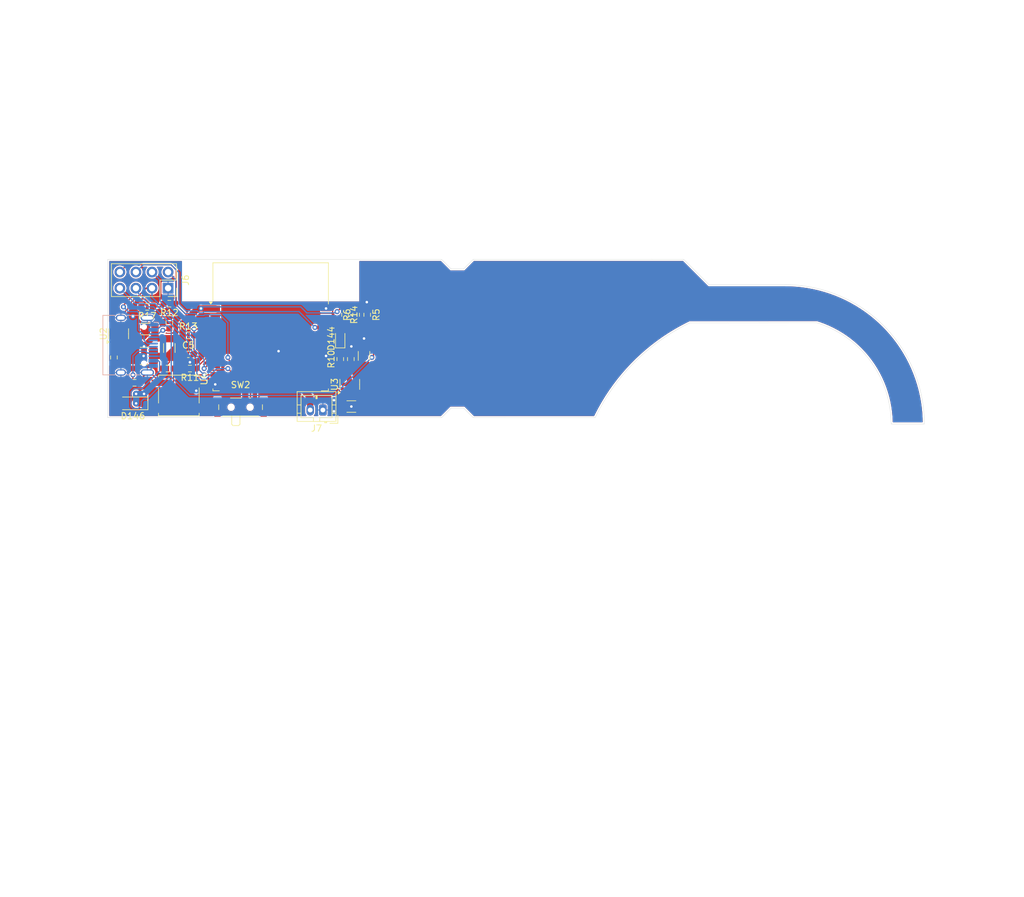
<source format=kicad_pcb>
(kicad_pcb (version 20240108) (generator "pcbnew") (generator_version "8.0")
  (layers (0 "F.Cu" signal) (31 "B.Cu" signal) (34 "B.Paste" user) (35 "F.Paste" user) (36 "B.SilkS" user "B.Silkscreen") (37 "F.SilkS" user "F.Silkscreen") (38 "B.Mask" user) (39 "F.Mask" user) (44 "Edge.Cuts" user))
  (net 0 "")
  (net 1 "GND")
  (net 2 "+5V")
  (net 3 "+BATT")
  (net 4 "+3V3")
  (net 5 "/ENABLE")
  (net 6 "Net-(J3-CC1)")
  (net 8 "Net-(J6-Pin_3)")
  (net 10 "Net-(J3-CC2)")
  (net 12 "Net-(D146-K)")
  (net 13 "/RX")
  (net 14 "/TX")
  (net 15 "Net-(J6-Pin_5)")
  (net 16 "/RST")
  (net 17 "Net-(U2-SW)")
  (net 18 "Net-(U2-EN)")
  (net 19 "Net-(U2-FB)")
  (net 20 "Net-(U4-IO15)")
  (net 21 "/VBAT_ADC")
  (net 27 "Net-(U3-PROG)")
  (net 28 "Net-(D144-K)")
  (net 29 "Net-(J7-Pin_2)")
  (net 30 "Net-(U3-STAT)")
  (footprint "Capacitor_SMD:C_1206_3216Metric" (layer "F.Cu") (at 95.75 78.75 90)
    (property "Reference" "C1" (hide yes))
    (property "Value" "4µ7")
    (pad "1" smd roundrect (at -1.475001 0 90) (size 1.15 1.8) (layers "F.Cu" "F.Paste" "F.Mask") (roundrect_rratio 0.2173913043) (net 2 "+5V"))
    (pad "2" smd roundrect (at 1.475001 0 90) (size 1.15 1.8) (layers "F.Cu" "F.Paste" "F.Mask") (roundrect_rratio 0.2173913043) (net 1 "GND"))
  )
  (footprint "Capacitor_SMD:C_1206_3216Metric" (layer "F.Cu") (at 61.25 74.5)
    (property "Reference" "C2" (hide yes))
    (property "Value" "4µ7")
    (pad "1" smd roundrect (at -1.475001 0) (size 1.15 1.8) (layers "F.Cu" "F.Paste" "F.Mask") (roundrect_rratio 0.2173913043) (net 3 "+BATT"))
    (pad "2" smd roundrect (at 1.475001 0) (size 1.15 1.8) (layers "F.Cu" "F.Paste" "F.Mask") (roundrect_rratio 0.2173913043) (net 1 "GND"))
  )
  (footprint "Capacitor_SMD:C_1206_3216Metric" (layer "F.Cu") (at 93.75 86.75 180)
    (property "Reference" "C3" (hide yes))
    (property "Value" "4µ7")
    (pad "1" smd roundrect (at -1.475001 0 180) (size 1.15 1.8) (layers "F.Cu" "F.Paste" "F.Mask") (roundrect_rratio 0.2173913043) (net 3 "+BATT"))
    (pad "2" smd roundrect (at 1.475001 0 180) (size 1.15 1.8) (layers "F.Cu" "F.Paste" "F.Mask") (roundrect_rratio 0.2173913043) (net 1 "GND"))
  )
  (footprint "Capacitor_SMD:C_1206_3216Metric" (layer "F.Cu") (at 65 77.5 90)
    (property "Reference" "C4" (hide yes))
    (property "Value" "4µ7")
    (pad "1" smd roundrect (at -1.475001 0 90) (size 1.15 1.8) (layers "F.Cu" "F.Paste" "F.Mask") (roundrect_rratio 0.2173913043) (net 4 "+3V3"))
    (pad "2" smd roundrect (at 1.475001 0 90) (size 1.15 1.8) (layers "F.Cu" "F.Paste" "F.Mask") (roundrect_rratio 0.2173913043) (net 1 "GND"))
  )
  (footprint "Inductor_SMD:L_1210_3225Metric_Pad1.42x2.65mm_HandSolder" (layer "F.Cu") (at 61 78.75)
    (property "Reference" "L2" (hide yes))
    (property "Value" "2.2µ")
    (pad "1" smd roundrect (at -1.4875 0) (size 1.425 2.65) (layers "F.Cu" "F.Paste" "F.Mask") (roundrect_rratio 0.1754392982) (net 17 "Net-(U2-SW)"))
    (pad "2" smd roundrect (at 1.4875 0) (size 1.425 2.65) (layers "F.Cu" "F.Paste" "F.Mask") (roundrect_rratio 0.1754392982) (net 4 "+3V3"))
  )
  (footprint "Resistor_SMD:R_0603_1608Metric_Pad0.98x0.95mm_HandSolder" (layer "F.Cu") (at 93.668128 79.25 90)
    (property "Reference" "R1" (hide yes))
    (property "Value" "5K1")
    (pad "1" smd roundrect (at -0.9125 0 90) (size 0.975 0.95) (layers "F.Cu" "F.Paste" "F.Mask") (net 27 "Net-(U3-PROG)"))
    (pad "2" smd roundrect (at 0.9125 0 90) (size 0.975 0.95) (layers "F.Cu" "F.Paste" "F.Mask") (net 1 "GND"))
  )
  (footprint "Resistor_SMD:R_0603_1608Metric_Pad0.98x0.95mm_HandSolder" (layer "F.Cu") (at 56.25 79 -90)
    (property "Reference" "R2" (hide yes))
    (property "Value" "5K1")
    (pad "1" smd roundrect (at -0.9125 0 270) (size 0.975 0.95) (layers "F.Cu" "F.Paste" "F.Mask") (net 18 "Net-(U2-EN)"))
    (pad "2" smd roundrect (at 0.9125 0 270) (size 0.975 0.95) (layers "F.Cu" "F.Paste" "F.Mask") (net 3 "+BATT"))
  )
  (footprint "Resistor_SMD:R_0603_1608Metric_Pad0.98x0.95mm_HandSolder" (layer "F.Cu") (at 64.75 80.75)
    (property "Reference" "R7" (hide yes))
    (property "Value" "5K1")
    (pad "1" smd roundrect (at -0.9125 0) (size 0.975 0.95) (layers "F.Cu" "F.Paste" "F.Mask") (net 4 "+3V3"))
    (pad "2" smd roundrect (at 0.9125 0) (size 0.975 0.95) (layers "F.Cu" "F.Paste" "F.Mask") (net 15 "Net-(J6-Pin_5)"))
  )
  (footprint "Resistor_SMD:R_0603_1608Metric_Pad0.98x0.95mm_HandSolder" (layer "F.Cu") (at 59.5 83 180)
    (property "Reference" "R8" (hide yes))
    (property "Value" "5K1")
    (pad "1" smd roundrect (at -0.9125 0 180) (size 0.975 0.95) (layers "F.Cu" "F.Paste" "F.Mask") (net 1 "GND"))
    (pad "2" smd roundrect (at 0.9125 0 180) (size 0.975 0.95) (layers "F.Cu" "F.Paste" "F.Mask") (net 6 "Net-(J3-CC1)"))
  )
  (footprint "Resistor_SMD:R_0603_1608Metric_Pad0.98x0.95mm_HandSolder" (layer "F.Cu") (at 65 73.5 -90)
    (property "Reference" "R9" (hide yes))
    (property "Value" "5K1")
    (pad "1" smd roundrect (at -0.9125 0 270) (size 0.975 0.95) (layers "F.Cu" "F.Paste" "F.Mask") (net 1 "GND"))
    (pad "2" smd roundrect (at 0.9125 0 270) (size 0.975 0.95) (layers "F.Cu" "F.Paste" "F.Mask") (net 10 "Net-(J3-CC2)"))
  )
  (footprint "Button_Switch_SMD:SW_Push_1P1T_NO_CK_KSC7xxJ" (layer "F.Cu") (at 66.5 85 180)
    (property "Reference" "SW1" (hide yes))
    (property "Value" "SW_Push")
    (pad "1" smd rect (at -2.9 -2 180) (size 2.8 1) (layers "F.Cu" "F.Paste" "F.Mask") (net 15 "Net-(J6-Pin_5)"))
    (pad "1" smd rect (at 2.9 -2 180) (size 2.8 1) (layers "F.Cu" "F.Paste" "F.Mask") (net 15 "Net-(J6-Pin_5)"))
    (pad "2" smd rect (at -2.9 2 180) (size 2.8 1) (layers "F.Cu" "F.Paste" "F.Mask") (net 1 "GND"))
    (pad "2" smd rect (at 2.9 2 180) (size 2.8 1) (layers "F.Cu" "F.Paste" "F.Mask") (net 1 "GND"))
  )
  (footprint "Resistor_SMD:R_0603_1608Metric_Pad0.98x0.95mm_HandSolder" (layer "F.Cu") (at 96.25 72.25 -90)
    (property "Reference" "R5" (at 0 -1.43 90) (layer "F.SilkS"))
    (property "Value" "430K")
    (pad "1" smd roundrect (at -0.9125 0 270) (size 0.975 0.95) (layers "F.Cu" "F.Paste" "F.Mask") (net 3 "+BATT"))
    (pad "2" smd roundrect (at 0.9125 0 270) (size 0.975 0.95) (layers "F.Cu" "F.Paste" "F.Mask") (net 21 "/VBAT_ADC"))
  )
  (footprint "Package_TO_SOT_SMD:SOT-23-5" (layer "F.Cu") (at 93.5 83.25 90)
    (property "Reference" "U3" (at 0 -2.4 -90) (layer "F.SilkS"))
    (property "Value" "MCP73831-2-OT")
    (pad "1" smd roundrect (at -1.1375 -0.949999 90) (size 1.325 0.6) (layers "F.Cu" "F.Paste" "F.Mask") (net 30 "Net-(U3-STAT)"))
    (pad "2" smd roundrect (at -1.1375 0 90) (size 1.325 0.6) (layers "F.Cu" "F.Paste" "F.Mask") (net 1 "GND"))
    (pad "3" smd roundrect (at -1.1375 0.949999 90) (size 1.325 0.6) (layers "F.Cu" "F.Paste" "F.Mask") (net 3 "+BATT"))
    (pad "4" smd roundrect (at 1.1375 0.949999 90) (size 1.325 0.6) (layers "F.Cu" "F.Paste" "F.Mask") (net 2 "+5V"))
    (pad "5" smd roundrect (at 1.1375 -0.949999 90) (size 1.325 0.6) (layers "F.Cu" "F.Paste" "F.Mask") (net 27 "Net-(U3-PROG)"))
  )
  (footprint "Diode_SMD:D_SOD-123" (layer "F.Cu") (at 59.25 86.25 180)
    (property "Reference" "D146" (at 0 -2.000001 180) (layer "F.SilkS"))
    (property "Value" "MBR0520")
    (pad "1" smd roundrect (at -1.65 0 180) (size 0.9 1.2) (layers "F.Cu" "F.Paste" "F.Mask") (net 12 "Net-(D146-K)"))
    (pad "2" smd roundrect (at 1.65 0 180) (size 0.9 1.2) (layers "F.Cu" "F.Paste" "F.Mask") (net 3 "+BATT"))
  )
  (footprint "Resistor_SMD:R_0603_1608Metric_Pad0.98x0.95mm_HandSolder" (layer "F.Cu") (at 68 75.5)
    (property "Reference" "R13" (at 0 -1.43 0) (layer "F.SilkS"))
    (property "Value" "5K1")
    (pad "1" smd roundrect (at -0.9125 0) (size 0.975 0.95) (layers "F.Cu" "F.Paste" "F.Mask") (net 4 "+3V3"))
    (pad "2" smd roundrect (at 0.9125 0) (size 0.975 0.95) (layers "F.Cu" "F.Paste" "F.Mask") (net 5 "/ENABLE"))
  )
  (footprint "Capacitor_SMD:C_0603_1608Metric_Pad1.08x0.95mm_HandSolder" (layer "F.Cu") (at 68 78.5)
    (property "Reference" "C5" (at 0 -1.43 0) (layer "F.SilkS"))
    (property "Value" "C100n")
    (pad "1" smd roundrect (at -0.8625 0) (size 1.075 0.95) (layers "F.Cu" "F.Paste" "F.Mask") (net 1 "GND"))
    (pad "2" smd roundrect (at 0.8625 0) (size 1.075 0.95) (layers "F.Cu" "F.Paste" "F.Mask") (net 5 "/ENABLE"))
  )
  (footprint "Resistor_SMD:R_0603_1608Metric_Pad0.98x0.95mm_HandSolder" (layer "F.Cu") (at 68.25 80.75 180)
    (property "Reference" "R11" (at 0 -1.43 180) (layer "F.SilkS"))
    (property "Value" "5K1")
    (pad "1" smd roundrect (at -0.9125 0 180) (size 0.975 0.95) (layers "F.Cu" "F.Paste" "F.Mask") (net 20 "Net-(U4-IO15)"))
    (pad "2" smd roundrect (at 0.9125 0 180) (size 0.975 0.95) (layers "F.Cu" "F.Paste" "F.Mask") (net 1 "GND"))
  )
  (footprint "Resistor_SMD:R_0603_1608Metric_Pad0.98x0.95mm_HandSolder" (layer "F.Cu") (at 65 70.5 180)
    (property "Reference" "R12" (at 0 -1.43 180) (layer "F.SilkS"))
    (property "Value" "430K")
    (pad "1" smd roundrect (at -0.9125 0 180) (size 0.975 0.95) (layers "F.Cu" "F.Paste" "F.Mask") (net 4 "+3V3"))
    (pad "2" smd roundrect (at 0.9125 0 180) (size 0.975 0.95) (layers "F.Cu" "F.Paste" "F.Mask") (net 19 "Net-(U2-FB)"))
  )
  (footprint "Resistor_SMD:R_0603_1608Metric_Pad0.98x0.95mm_HandSolder" (layer "F.Cu") (at 92 79.25 90)
    (property "Reference" "R10" (at 0 -1.43 -90) (layer "F.SilkS"))
    (property "Value" "5K1")
    (pad "1" smd roundrect (at -0.9125 0 90) (size 0.975 0.95) (layers "F.Cu" "F.Paste" "F.Mask") (net 30 "Net-(U3-STAT)"))
    (pad "2" smd roundrect (at 0.9125 0 90) (size 0.975 0.95) (layers "F.Cu" "F.Paste" "F.Mask") (net 28 "Net-(D144-K)"))
  )
  (footprint "LED_SMD:LED_0603_1608Metric" (layer "F.Cu") (at 91.990235 76 90)
    (property "Reference" "D144" (at 0 -1.43 -90) (layer "F.SilkS"))
    (property "Value" "LED")
    (pad "1" smd roundrect (at -0.787501 0 90) (size 0.875 0.95) (layers "F.Cu" "F.Paste" "F.Mask") (net 28 "Net-(D144-K)"))
    (pad "2" smd roundrect (at 0.787501 0 90) (size 0.875 0.95) (layers "F.Cu" "F.Paste" "F.Mask") (net 2 "+5V"))
  )
  (footprint "Connector_JST:JST_PH_B2B-PH-K_1x02_P2.00mm_Vertical" (layer "F.Cu") (at 89.249999 87.3 180)
    (property "Reference" "J7" (at 1 -2.9 180) (layer "F.SilkS"))
    (property "Value" "Conn_01x02_Female")
    (pad "1" thru_hole roundrect (at 0 0 180) (size 1.2 1.75) (drill 0.75) (layers "*.Cu" "*.Mask") (roundrect_rratio 0.2083333333) (net 1 "GND"))
    (pad "2" thru_hole oval (at 2.000001 0 180) (size 1.2 1.75) (drill 0.75) (layers "*.Cu" "*.Mask") (net 29 "Net-(J7-Pin_2)"))
  )
  (footprint "Button_Switch_SMD:SW_SPDT_PCM12" (layer "F.Cu") (at 76.25 86.525)
    (property "Reference" "SW2" (at 0 -3.2 0) (layer "F.SilkS"))
    (property "Value" "SW_DIP_x01")
    (pad "" smd rect (at -3.65 -0.78) (size 1 0.8) (layers "F.Cu" "F.Paste" "F.Mask"))
    (pad "" smd rect (at -3.65 1.43) (size 1 0.8) (layers "F.Cu" "F.Paste" "F.Mask"))
    (pad "" np_thru_hole circle (at -1.5 0.33) (size 0.9 0.9) (drill 0.9) (layers "*.Cu" "*.Mask"))
    (pad "" np_thru_hole circle (at 1.5 0.33) (size 0.9 0.9) (drill 0.9) (layers "*.Cu" "*.Mask"))
    (pad "" smd rect (at 3.65 -0.78) (size 1 0.8) (layers "F.Cu" "F.Paste" "F.Mask"))
    (pad "" smd rect (at 3.65 1.43) (size 1 0.8) (layers "F.Cu" "F.Paste" "F.Mask"))
    (pad "1" smd rect (at -2.25 -1.43) (size 0.7 1.5) (layers "F.Cu" "F.Paste" "F.Mask") (net 3 "+BATT"))
    (pad "2" smd rect (at 0.75 -1.43) (size 0.7 1.5) (layers "F.Cu" "F.Paste" "F.Mask") (net 29 "Net-(J7-Pin_2)"))
    (pad "3" smd rect (at 2.25 -1.43) (size 0.7 1.5) (layers "F.Cu" "F.Paste" "F.Mask"))
  )
  (footprint "Resistor_SMD:R_0603_1608Metric_Pad0.98x0.95mm_HandSolder" (layer "F.Cu") (at 94.5 72.25 90)
    (property "Reference" "R6" (at 0 -1.43 -90) (layer "F.SilkS"))
    (property "Value" "100K")
    (pad "1" smd roundrect (at -0.9125 0 90) (size 0.975 0.95) (layers "F.Cu" "F.Paste" "F.Mask") (net 21 "/VBAT_ADC"))
    (pad "2" smd roundrect (at 0.9125 0 90) (size 0.975 0.95) (layers "F.Cu" "F.Paste" "F.Mask") (net 1 "GND"))
  )
  (footprint "Connector_PinSocket_2.54mm:PinSocket_2x04_P2.54mm_Vertical" (layer "F.Cu") (at 64.8 68.04 -90)
    (property "Reference" "J6" (at -1.27 -2.77 90) (layer "F.SilkS"))
    (property "Value" "Conn_02x04_Odd_Even")
    (pad "1" thru_hole rect (at 0 0 270) (size 1.7 1.7) (drill 1) (layers "*.Cu" "*.Mask") (net 1 "GND"))
    (pad "2" thru_hole oval (at -2.54 0 270) (size 1.7 1.7) (drill 1) (layers "*.Cu" "*.Mask") (net 14 "/TX"))
    (pad "3" thru_hole oval (at 0 2.54 270) (size 1.7 1.7) (drill 1) (layers "*.Cu" "*.Mask") (net 8 "Net-(J6-Pin_3)"))
    (pad "4" thru_hole oval (at -2.54 2.54 270) (size 1.7 1.7) (drill 1) (layers "*.Cu" "*.Mask") (net 5 "/ENABLE"))
    (pad "5" thru_hole oval (at 0 5.079999 270) (size 1.7 1.7) (drill 1) (layers "*.Cu" "*.Mask") (net 15 "Net-(J6-Pin_5)"))
    (pad "6" thru_hole oval (at -2.54 5.08 270) (size 1.7 1.7) (drill 1) (layers "*.Cu" "*.Mask") (net 16 "/RST"))
    (pad "7" thru_hole oval (at 0 7.62 270) (size 1.7 1.7) (drill 1) (layers "*.Cu" "*.Mask") (net 13 "/RX"))
    (pad "8" thru_hole oval (at -2.54 7.62 270) (size 1.7 1.7) (drill 1) (layers "*.Cu" "*.Mask") (net 4 "+3V3"))
  )
  (footprint "Package_TO_SOT_SMD:SOT-23-5" (layer "F.Cu") (at 57 75.25 90)
    (property "Reference" "U2" (at 0 -2.4 -90) (layer "F.SilkS"))
    (property "Value" "XM5062S")
    (pad "1" smd roundrect (at -1.1375 -0.949999 90) (size 1.325 0.6) (layers "F.Cu" "F.Paste" "F.Mask") (net 18 "Net-(U2-EN)"))
    (pad "2" smd roundrect (at -1.1375 0 90) (size 1.325 0.6) (layers "F.Cu" "F.Paste" "F.Mask") (net 1 "GND"))
    (pad "3" smd roundrect (at -1.1375 0.949999 90) (size 1.325 0.6) (layers "F.Cu" "F.Paste" "F.Mask") (net 17 "Net-(U2-SW)"))
    (pad "4" smd roundrect (at 1.1375 0.949999 90) (size 1.325 0.6) (layers "F.Cu" "F.Paste" "F.Mask") (net 3 "+BATT"))
    (pad "5" smd roundrect (at 1.1375 -0.949999 90) (size 1.325 0.6) (layers "F.Cu" "F.Paste" "F.Mask") (net 19 "Net-(U2-FB)"))
  )
  (footprint "RF_Module:ESP-WROOM-02" (layer "F.Cu") (at 81 77.25)
    (property "Reference" "U4" (at -10.5 5.13 90) (layer "F.SilkS"))
    (property "Value" "ESP-WROOM-02")
    (pad "1" smd rect (at -8.75 -6) (size 1.5 0.9) (layers "F.Cu" "F.Paste" "F.Mask") (net 4 "+3V3"))
    (pad "2" smd rect (at -8.75 -4.5) (size 1.5 0.9) (layers "F.Cu" "F.Paste" "F.Mask") (net 5 "/ENABLE"))
    (pad "3" smd rect (at -8.75 -3) (size 1.5 0.9) (layers "F.Cu" "F.Paste" "F.Mask"))
    (pad "4" smd rect (at -8.75 -1.5) (size 1.5 0.9) (layers "F.Cu" "F.Paste" "F.Mask"))
    (pad "5" smd rect (at -8.75 0) (size 1.5 0.9) (layers "F.Cu" "F.Paste" "F.Mask"))
    (pad "6" smd rect (at -8.75 1.5) (size 1.5 0.9) (layers "F.Cu" "F.Paste" "F.Mask") (net 20 "Net-(U4-IO15)"))
    (pad "7" smd rect (at -8.75 3) (size 1.5 0.9) (layers "F.Cu" "F.Paste" "F.Mask") (net 8 "Net-(J6-Pin_3)"))
    (pad "8" smd rect (at -8.75 4.5) (size 1.5 0.9) (layers "F.Cu" "F.Paste" "F.Mask") (net 15 "Net-(J6-Pin_5)"))
    (pad "9" smd rect (at -8.75 6) (size 1.5 0.9) (layers "F.Cu" "F.Paste" "F.Mask") (net 1 "GND"))
    (pad "10" smd rect (at 8.75 6) (size 1.5 0.9) (layers "F.Cu" "F.Paste" "F.Mask"))
    (pad "11" smd rect (at 8.75 4.5) (size 1.5 0.9) (layers "F.Cu" "F.Paste" "F.Mask") (net 13 "/RX"))
    (pad "12" smd rect (at 8.75 3) (size 1.5 0.9) (layers "F.Cu" "F.Paste" "F.Mask") (net 14 "/TX"))
    (pad "13" smd rect (at 8.75 1.5) (size 1.5 0.9) (layers "F.Cu" "F.Paste" "F.Mask") (net 1 "GND"))
    (pad "14" smd rect (at 8.75 0) (size 1.5 0.9) (layers "F.Cu" "F.Paste" "F.Mask"))
    (pad "15" smd rect (at 8.75 -1.5) (size 1.5 0.9) (layers "F.Cu" "F.Paste" "F.Mask") (net 16 "/RST"))
    (pad "16" smd rect (at 8.75 -3) (size 1.5 0.9) (layers "F.Cu" "F.Paste" "F.Mask") (net 21 "/VBAT_ADC"))
    (pad "17" smd rect (at 8.75 -4.5) (size 1.5 0.9) (layers "F.Cu" "F.Paste" "F.Mask") (net 16 "/RST"))
    (pad "18" smd rect (at 8.75 -6) (size 1.5 0.9) (layers "F.Cu" "F.Paste" "F.Mask") (net 1 "GND"))
    (pad "19" smd rect (at 1.1 0.61) (size 4 4) (layers "F.Cu" "F.Paste" "F.Mask") (net 1 "GND"))
    (zone (net 0) (net_name "") (layers "*.Cu") (connect_pads (clearance 0)) (min_thickness 0.254)
      (keepout (tracks not_allowed) (vias not_allowed) (pads not_allowed) (copperpour not_allowed) (footprints not_allowed))
      (fill (thermal_gap 0.508) (thermal_bridge_width 0.508))
      (polygon (pts (xy 67 70.15) (xy 95 70.15) (xy 95 59.15) (xy 67 59.15)))
    )
  )
  (footprint "Resistor_SMD:R_0603_1608Metric_Pad0.98x0.95mm_HandSolder" (layer "F.Cu") (at 61.5 71 180)
    (property "Reference" "R17" (at 0 -1.43 180) (layer "F.SilkS"))
    (property "Value" "100K")
    (pad "1" smd roundrect (at -0.9125 0 180) (size 0.975 0.95) (layers "F.Cu" "F.Paste" "F.Mask") (net 19 "Net-(U2-FB)"))
    (pad "2" smd roundrect (at 0.9125 0 180) (size 0.975 0.95) (layers "F.Cu" "F.Paste" "F.Mask") (net 1 "GND"))
  )
  (footprint "Resistor_SMD:R_0603_1608Metric_Pad0.98x0.95mm_HandSolder" (layer "F.Cu") (at 92.75 72.25 -90)
    (property "Reference" "R14" (at 0 -1.43 90) (layer "F.SilkS"))
    (property "Value" "5K1")
    (pad "1" smd roundrect (at -0.9125 0 270) (size 0.975 0.95) (layers "F.Cu" "F.Paste" "F.Mask") (net 4 "+3V3"))
    (pad "2" smd roundrect (at 0.9125 0 270) (size 0.975 0.95) (layers "F.Cu" "F.Paste" "F.Mask") (net 16 "/RST"))
  )
  (footprint "Connector_USB:USB_C_Receptacle_HRO_TYPE-C-31-M-12" (layer "B.Cu") (at 58.395 77.05 90)
    (property "Reference" "J3" (hide yes))
    (property "Value" "USB_C_Receptacle_USB2.0")
    (pad "" np_thru_hole circle (at -2.89 2.6 90) (size 0.65 0.65) (drill 0.65) (layers "*.Cu" "*.Mask"))
    (pad "" np_thru_hole circle (at 2.89 2.6 90) (size 0.65 0.65) (drill 0.65) (layers "*.Cu" "*.Mask"))
    (pad "A1" smd rect (at -3.25 4.045 90) (size 0.6 1.45) (layers "B.Cu" "B.Paste" "B.Mask") (net 1 "GND"))
    (pad "A4" smd rect (at -2.450001 4.045 90) (size 0.6 1.45) (layers "B.Cu" "B.Paste" "B.Mask") (net 2 "+5V"))
    (pad "A5" smd rect (at -1.25 4.044999 90) (size 0.3 1.45) (layers "B.Cu" "B.Paste" "B.Mask") (net 6 "Net-(J3-CC1)"))
    (pad "A6" smd rect (at -0.25 4.045 90) (size 0.3 1.45) (layers "B.Cu" "B.Paste" "B.Mask"))
    (pad "A7" smd rect (at 0.25 4.045 90) (size 0.3 1.45) (layers "B.Cu" "B.Paste" "B.Mask") (net 8 "Net-(J6-Pin_3)"))
    (pad "A8" smd rect (at 1.25 4.044999 90) (size 0.3 1.45) (layers "B.Cu" "B.Paste" "B.Mask") (net 12 "Net-(D146-K)"))
    (pad "A9" smd rect (at 2.450001 4.045 90) (size 0.6 1.45) (layers "B.Cu" "B.Paste" "B.Mask") (net 2 "+5V"))
    (pad "A12" smd rect (at 3.25 4.045 90) (size 0.6 1.45) (layers "B.Cu" "B.Paste" "B.Mask") (net 1 "GND"))
    (pad "B1" smd rect (at 3.25 4.045 90) (size 0.6 1.45) (layers "B.Cu" "B.Paste" "B.Mask") (net 1 "GND"))
    (pad "B4" smd rect (at 2.450001 4.045 90) (size 0.6 1.45) (layers "B.Cu" "B.Paste" "B.Mask") (net 2 "+5V"))
    (pad "B5" smd rect (at 1.75 4.045 90) (size 0.3 1.45) (layers "B.Cu" "B.Paste" "B.Mask") (net 10 "Net-(J3-CC2)"))
    (pad "B6" smd rect (at 0.75 4.045 90) (size 0.3 1.45) (layers "B.Cu" "B.Paste" "B.Mask"))
    (pad "B7" smd rect (at -0.75 4.045 90) (size 0.3 1.45) (layers "B.Cu" "B.Paste" "B.Mask"))
    (pad "B8" smd rect (at -1.75 4.045 90) (size 0.3 1.45) (layers "B.Cu" "B.Paste" "B.Mask") (net 12 "Net-(D146-K)"))
    (pad "B9" smd rect (at -2.450001 4.045 90) (size 0.6 1.45) (layers "B.Cu" "B.Paste" "B.Mask") (net 2 "+5V"))
    (pad "B12" smd rect (at -3.25 4.045 90) (size 0.6 1.45) (layers "B.Cu" "B.Paste" "B.Mask") (net 1 "GND"))
    (pad "S1" thru_hole oval (at -4.32 -1.05 90) (size 1 1.6) (drill oval 0.6 1.2) (layers "*.Cu" "*.Mask") (net 1 "GND"))
    (pad "S1" thru_hole oval (at -4.32 3.13 90) (size 1 2.1) (drill oval 0.6 1.7) (layers "*.Cu" "*.Mask") (net 1 "GND"))
    (pad "S1" thru_hole oval (at 4.32 -1.05 90) (size 1 1.6) (drill oval 0.6 1.2) (layers "*.Cu" "*.Mask") (net 1 "GND"))
    (pad "S1" thru_hole oval (at 4.32 3.13 90) (size 1 2.1) (drill oval 0.6 1.7) (layers "*.Cu" "*.Mask") (net 1 "GND"))
  )
  (gr_line (start 150.25 67.5) (end 162.25 67.5) (stroke (width 0.05)) (layer "Edge.Cuts"))
  (gr_line (start 146.25 63.5) (end 150.25 67.5) (stroke (width 0.05)) (layer "Edge.Cuts"))
  (gr_line (start 113 88.5) (end 132.254873 88.502354) (stroke (width 0.05)) (layer "Edge.Cuts"))
  (gr_line (start 108 63.5) (end 109.5 65) (stroke (width 0.05)) (layer "Edge.Cuts"))
  (gr_line (start 109.5 87) (end 108 88.5) (stroke (width 0.05)) (layer "Edge.Cuts"))
  (gr_arc (start 132.254873 88.502354) (mid 138.477744 79.738721) (end 147.238376 73.511625) (stroke (width 0.05)) (layer "Edge.Cuts"))
  (gr_line (start 55.25 88.5) (end 55.25 63.5) (stroke (width 0.05)) (layer "Edge.Cuts"))
  (gr_line (start 111.5 65) (end 113 63.5) (stroke (width 0.05)) (layer "Edge.Cuts"))
  (gr_arc (start 162.25 67.5) (mid 177.806349 73.943651) (end 184.25 89.5) (stroke (width 0.05)) (layer "Edge.Cuts"))
  (gr_arc (start 167.25 73.500001) (mid 175.755836 79.570632) (end 179.013054 89.5) (stroke (width 0.05)) (layer "Edge.Cuts"))
  (gr_line (start 113 63.5) (end 141.25 63.5) (stroke (width 0.05)) (layer "Edge.Cuts"))
  (gr_line (start 108 63.5) (end 55.25 63.5) (stroke (width 0.05)) (layer "Edge.Cuts"))
  (gr_line (start 108 88.5) (end 55.25 88.5) (stroke (width 0.05)) (layer "Edge.Cuts"))
  (gr_line (start 109.5 65) (end 111.5 65) (stroke (width 0.05)) (layer "Edge.Cuts"))
  (gr_line (start 141.25 63.5) (end 146.25 63.5) (stroke (width 0.05)) (layer "Edge.Cuts"))
  (gr_line (start 179.013054 89.5) (end 184.25 89.5) (stroke (width 0.05)) (layer "Edge.Cuts"))
  (gr_line (start 111.5 87) (end 109.5 87) (stroke (width 0.05)) (layer "Edge.Cuts"))
  (gr_line (start 113 88.5) (end 111.5 87) (stroke (width 0.05)) (layer "Edge.Cuts"))
  (gr_line (start 147.238376 73.511625) (end 167.25 73.500001) (stroke (width 0.05)) (layer "Edge.Cuts"))
  (segment (start 61.525 81.37) (end 61.97 81.37) (width 0.2) (layer "F.Cu") (net 1))
  (segment (start 60.5875 71) (end 60.5875 71.7925) (width 0.2) (layer "F.Cu") (net 1))
  (segment (start 61.97 81.37) (end 63.6 83) (width 0.2) (layer "F.Cu") (net 1))
  (segment (start 59.8 76.05) (end 59.070279 76.05) (width 0.9) (layer "F.Cu") (net 1))
  (segment (start 59.070279 76.05) (end 58.899999 75.87972) (width 0.9) (layer "F.Cu") (net 1))
  (segment (start 67.1375 78.6375) (end 67.1375 78.5) (width 0.2) (layer "F.Cu") (net 1))
  (segment (start 61.6675 72.5875) (end 61.525 72.73) (width 0.2) (layer "F.Cu") (net 1))
  (segment (start 93.5 86.5) (end 93.75 86.75) (width 0.9) (layer "F.Cu") (net 1))
  (segment (start 65 72.5875) (end 61.6675 72.5875) (width 0.2) (layer "F.Cu") (net 1))
  (segment (start 62.725001 74.5) (end 62.725001 75.524999) (width 0.9) (layer "F.Cu") (net 1))
  (segment (start 63.225001 76.024999) (end 62.725001 75.524999) (width 0.9) (layer "F.Cu") (net 1))
  (segment (start 57.0875 72.4725) (end 57.345 72.73) (width 0.2) (layer "F.Cu") (net 1))
  (segment (start 68.25 79.75) (end 67.3375 80.6625) (width 0.2) (layer "F.Cu") (net 1))
  (segment (start 69.4 83) (end 69.4 84.1) (width 0.2) (layer "F.Cu") (net 1))
  (segment (start 61 78.6875) (end 61 77.25) (width 0.9) (layer "F.Cu") (net 1))
  (segment (start 72.25 83.25) (end 69.65 83.25) (width 1) (layer "F.Cu") (net 1))
  (segment (start 57 75.5) (end 57.25 75.25) (width 0.9) (layer "F.Cu") (net 1))
  (segment (start 58.363039 75.25) (end 58.899999 75.78696) (width 0.55) (layer "F.Cu") (net 1))
  (segment (start 95.75 76) (end 95.75 77.274999) (width 1) (layer "F.Cu") (net 1))
  (segment (start 93.75 78.255628) (end 93.668128 78.3375) (width 1) (layer "F.Cu") (net 1))
  (segment (start 62.725001 75.524999) (end 61 77.25) (width 0.9) (layer "F.Cu") (net 1))
  (segment (start 95.75 70.25) (end 94.6625 71.3375) (width 0.2) (layer "F.Cu") (net 1))
  (segment (start 60.5875 71.7925) (end 61.525 72.73) (width 0.2) (layer "F.Cu") (net 1))
  (segment (start 93.75 77.25) (end 93.75 78.255628) (width 1) (layer "F.Cu") (net 1))
  (segment (start 69.65 83.25) (end 69.4 83) (width 1) (layer "F.Cu") (net 1))
  (segment (start 60.9375 78.75) (end 61 78.6875) (width 0.9) (layer "F.Cu") (net 1))
  (segment (start 92.274999 86.75) (end 93.75 86.75) (width 1) (layer "F.Cu") (net 1))
  (segment (start 91.75 86.75) (end 91 87.5) (width 1) (layer "F.Cu") (net 1))
  (segment (start 57.25 75.25) (end 58.363039 75.25) (width 0.55) (layer "F.Cu") (net 1))
  (segment (start 92.274999 86.75) (end 91.75 86.75) (width 1) (layer "F.Cu") (net 1))
  (segment (start 94.6625 71.3375) (end 94.5 71.3375) (width 0.2) (layer "F.Cu") (net 1))
  (segment (start 93.5 84.3875) (end 93.5 86.5) (width 0.9) (layer "F.Cu") (net 1))
  (segment (start 68.25 79.75) (end 67.1375 78.6375) (width 0.2) (layer "F.Cu") (net 1))
  (segment (start 65 76.024999) (end 63.225001 76.024999) (width 0.9) (layer "F.Cu") (net 1))
  (segment (start 92.274999 86.75) (end 92 86.75) (width 1) (layer "F.Cu") (net 1))
  (segment (start 96.187895 70.25) (end 95.75 70.25) (width 0.2) (layer "F.Cu") (net 1))
  (segment (start 57 76.3875) (end 57 75.5) (width 0.9) (layer "F.Cu") (net 1))
  (segment (start 93.75 77.25) (end 95.725001 77.25) (width 1) (layer "F.Cu") (net 1))
  (segment (start 67.3375 80.6625) (end 67.3375 80.75) (width 0.2) (layer "F.Cu") (net 1))
  (segment (start 65 68.24) (end 64.8 68.04) (width 0.2) (layer "F.Cu") (net 1))
  (segment (start 61 77.25) (end 59.8 76.05) (width 0.9) (layer "F.Cu") (net 1))
  (segment (start 95.725001 77.25) (end 95.75 77.274999) (width 1) (layer "F.Cu") (net 1))
  (segment (start 58.899999 75.78696) (end 58.899999 75.87972) (width 0.55) (layer "F.Cu") (net 1))
  (segment (start 60.4125 83) (end 60.4125 82.4825) (width 0.2) (layer "F.Cu") (net 1))
  (segment (start 69.4 84.1) (end 69.25 84.25) (width 0.2) (layer "F.Cu") (net 1))
  (segment (start 92 86.75) (end 91 85.75) (width 1) (layer "F.Cu") (net 1))
  (segment (start 60.4125 82.4825) (end 61.525 81.37) (width 0.2) (layer "F.Cu") (net 1))
  (via (at 72.25 83.25) (size 0.8) (drill 0.4) (layers "F.Cu" "B.Cu") (net 1))
  (via (at 91 87.5) (size 0.8) (drill 0.4) (layers "F.Cu" "B.Cu") (net 1))
  (via (at 93.75 86.75) (size 0.8) (drill 0.4) (layers "F.Cu" "B.Cu") (net 1))
  (via (at 91 85.75) (size 0.8) (drill 0.4) (layers "F.Cu" "B.Cu") (net 1))
  (via (at 69.25 84.25) (size 0.8) (drill 0.4) (layers "F.Cu" "B.Cu") (net 1))
  (via (at 89.75 71.25) (size 0.8) (drill 0.4) (layers "F.Cu" "B.Cu") (net 1))
  (via (at 89.75 78.75) (size 0.8) (drill 0.4) (layers "F.Cu" "B.Cu") (net 1))
  (via (at 61 77.25) (size 0.8) (drill 0.4) (layers "F.Cu" "B.Cu") (net 1))
  (via (at 82.25 78) (size 0.8) (drill 0.4) (layers "F.Cu" "B.Cu") (net 1))
  (via (at 96.187895 70.25) (size 0.8) (drill 0.4) (layers "F.Cu" "B.Cu") (net 1))
  (via (at 95.75 76) (size 0.8) (drill 0.4) (layers "F.Cu" "B.Cu") (net 1))
  (via (at 93.75 77.25) (size 0.8) (drill 0.4) (layers "F.Cu" "B.Cu") (net 1))
  (via (at 60.9375 78.75) (size 0.8) (drill 0.4) (layers "F.Cu" "B.Cu") (net 1))
  (via (at 68.25 79.75) (size 0.8) (drill 0.4) (layers "F.Cu" "B.Cu") (net 1))
  (segment (start 62.44 73.8) (end 62.44 73.645) (width 0.2) (layer "B.Cu") (net 1))
  (segment (start 62.44 80.455) (end 61.525 81.37) (width 0.2) (layer "B.Cu") (net 1))
  (segment (start 62.44 73.645) (end 61.525 72.73) (width 0.2) (layer "B.Cu") (net 1))
  (segment (start 62.44 80.3) (end 62.44 80.455) (width 0.2) (layer "B.Cu") (net 1))
  (segment (start 94.449999 82.1125) (end 94.449999 81.525002) (width 1) (layer "F.Cu") (net 2))
  (segment (start 94.449999 81.525002) (end 95.75 80.225001) (width 1) (layer "F.Cu") (net 2))
  (segment (start 96.9875 78.9875) (end 95.75 80.225001) (width 0.2) (layer "F.Cu") (net 2))
  (segment (start 97.25 78.725001) (end 96.9875 78.9875) (width 0.2) (layer "F.Cu") (net 2))
  (segment (start 92.002734 75.2) (end 96.7 75.2) (width 0.2) (layer "F.Cu") (net 2))
  (segment (start 97.25 75.75) (end 97.25 78.725001) (width 0.2) (layer "F.Cu") (net 2))
  (segment (start 96.7 75.2) (end 97.25 75.75) (width 0.2) (layer "F.Cu") (net 2))
  (segment (start 91.990235 75.212499) (end 92.002734 75.2) (width 0.2) (layer "F.Cu") (net 2))
  (via (at 96.9875 78.9875) (size 0.8) (drill 0.4) (layers "F.Cu" "B.Cu") (net 2))
  (segment (start 64.91863 82.08137) (end 65.3 82.08137) (width 0.2) (layer "B.Cu") (net 2))
  (segment (start 60.626371 83.95) (end 59.418629 83.95) (width 0.2) (layer "B.Cu") (net 2))
  (segment (start 60.95 85.55) (end 61.45 85.55) (width 0.2) (layer "B.Cu") (net 2))
  (segment (start 61.45 85.55) (end 64.91863 82.08137) (width 0.2) (layer "B.Cu") (net 2))
  (segment (start 68.21863 85) (end 90.975 85) (width 0.2) (layer "B.Cu") (net 2))
  (segment (start 90.975 85) (end 96.9875 78.9875) (width 0.2) (layer "B.Cu") (net 2))
  (segment (start 65.3 82.08137) (end 68.21863 85) (width 0.2) (layer "B.Cu") (net 2))
  (segment (start 60.55 85.95) (end 60.95 85.55) (width 0.2) (layer "B.Cu") (net 2))
  (segment (start 60.081371 87.05) (end 60.55 86.581371) (width 0.2) (layer "B.Cu") (net 2))
  (segment (start 60.55 86.581371) (end 60.55 85.95) (width 0.2) (layer "B.Cu") (net 2))
  (segment (start 63.090831 74.599999) (end 63.69083 74) (width 0.2) (layer "B.Cu") (net 2))
  (segment (start 59.25 87.05) (end 60.081371 87.05) (width 0.2) (layer "B.Cu") (net 2))
  (segment (start 63.465 79.7) (end 63.465 81.111371) (width 0.2) (layer "B.Cu") (net 2))
  (segment (start 59.418629 83.95) (end 58.95 84.418629) (width 0.2) (layer "B.Cu") (net 2))
  (segment (start 63.265001 79.500001) (end 63.465 79.7) (width 0.2) (layer "B.Cu") (net 2))
  (segment (start 65.3 74.55) (end 65.3 82.08137) (width 0.2) (layer "B.Cu") (net 2))
  (segment (start 64.75 74) (end 65.3 74.55) (width 0.2) (layer "B.Cu") (net 2))
  (segment (start 58.95 86.75) (end 59.25 87.05) (width 0.2) (layer "B.Cu") (net 2))
  (segment (start 63.465 81.111371) (end 60.626371 83.95) (width 0.2) (layer "B.Cu") (net 2))
  (segment (start 62.44 74.599999) (end 63.090831 74.599999) (width 0.2) (layer "B.Cu") (net 2))
  (segment (start 58.95 84.418629) (end 58.95 86.75) (width 0.2) (layer "B.Cu") (net 2))
  (segment (start 63.69083 74) (end 64.75 74) (width 0.2) (layer "B.Cu") (net 2))
  (segment (start 62.44 79.500001) (end 63.265001 79.500001) (width 0.2) (layer "B.Cu") (net 2))
  (segment (start 59.774999 74.5) (end 59.387499 74.1125) (width 1) (layer "F.Cu") (net 3))
  (segment (start 59.774999 74.5) (end 59.774999 73.024999) (width 1) (layer "F.Cu") (net 3))
  (segment (start 59.774999 73.024999) (end 59.25 72.5) (width 1) (layer "F.Cu") (net 3))
  (via (at 59.25 72.5) (size 0.8) (drill 0.4) (layers "F.Cu" "B.Cu") (net 3))
  (segment (start 66.088173 65.161827) (end 66.088173 70.324327) (width 0.2) (layer "F.Cu") (net 4))
  (segment (start 65.963173 65.036827) (end 66.088173 65.161827) (width 0.2) (layer "F.Cu") (net 4))
  (segment (start 67.0875 76.387501) (end 67.0875 75.5) (width 1) (layer "F.Cu") (net 4))
  (segment (start 92.75 71.3375) (end 91.9125 71.3375) (width 0.2) (layer "F.Cu") (net 4))
  (segment (start 65.276346 64.35) (end 65.963173 65.036827) (width 0.2) (layer "F.Cu") (net 4))
  (segment (start 65.9125 70.5) (end 68.0375 72.625) (width 0.2) (layer "F.Cu") (net 4))
  (segment (start 68.0375 72.625) (end 68.125 72.625) (width 0.2) (layer "F.Cu") (net 4))
  (segment (start 65 79.75) (end 65 78.975001) (width 0.2) (layer "F.Cu") (net 4))
  (segment (start 69.5 71.25) (end 72.25 71.25) (width 1) (layer "F.Cu") (net 4))
  (segment (start 64 80.75) (end 65 79.75) (width 0.2) (layer "F.Cu") (net 4))
  (segment (start 57.18 65.5) (end 58.33 64.35) (width 0.2) (layer "F.Cu") (net 4))
  (segment (start 91.9125 71.3375) (end 91.5 71.75) (width 0.2) (layer "F.Cu") (net 4))
  (segment (start 67.0875 73.6625) (end 69.5 71.25) (width 1) (layer "F.Cu") (net 4))
  (segment (start 62.4875 78.75) (end 64.725001 78.75) (width 1) (layer "F.Cu") (net 4))
  (segment (start 58.33 64.35) (end 65.276346 64.35) (width 0.2) (layer "F.Cu") (net 4))
  (segment (start 68.125 72.625) (end 67.0875 73.6625) (width 0.2) (layer "F.Cu") (net 4))
  (segment (start 67.0875 76.387501) (end 67.0875 73.6625) (width 1) (layer "F.Cu") (net 4))
  (segment (start 64.725001 78.75) (end 65 78.475001) (width 1) (layer "F.Cu") (net 4))
  (segment (start 65 78.475001) (end 67.0875 76.387501) (width 1) (layer "F.Cu") (net 4))
  (segment (start 63.8375 80.75) (end 64 80.75) (width 0.2) (layer "F.Cu") (net 4))
  (segment (start 66.088173 70.324327) (end 65.9125 70.5) (width 0.2) (layer "F.Cu") (net 4))
  (via (at 70 71.25) (size 0.8) (drill 0.4) (layers "F.Cu" "B.Cu") (net 4))
  (via (at 91.5 71.75) (size 0.8) (drill 0.4) (layers "F.Cu" "B.Cu") (net 4))
  (segment (start 91.5 71.75) (end 91.3 71.95) (width 0.2) (layer "B.Cu") (net 4))
  (segment (start 70.25 71) (end 70 71.25) (width 0.2) (layer "B.Cu") (net 4))
  (segment (start 91.3 71.95) (end 86.7 71.95) (width 0.2) (layer "B.Cu") (net 4))
  (segment (start 85.75 71) (end 70.25 71) (width 0.2) (layer "B.Cu") (net 4))
  (segment (start 86.7 71.95) (end 85.75 71) (width 0.2) (layer "B.Cu") (net 4))
  (segment (start 68.9125 74.5) (end 69.9125 74.5) (width 0.2) (layer "F.Cu") (net 5))
  (segment (start 69.9125 74.5) (end 71.6625 72.75) (width 0.2) (layer "F.Cu") (net 5))
  (segment (start 71.6625 72.75) (end 72.25 72.75) (width 0.2) (layer "F.Cu") (net 5))
  (segment (start 68.9125 78.45) (end 68.8625 78.5) (width 0.2) (layer "F.Cu") (net 5))
  (segment (start 68.9125 74.5) (end 68.9125 78.45) (width 0.2) (layer "F.Cu") (net 5))
  (via (at 68.9125 74.5) (size 0.8) (drill 0.4) (layers "F.Cu" "B.Cu") (net 5))
  (segment (start 62.26 65.5) (end 63.5 66.74) (width 0.2) (layer "B.Cu") (net 5))
  (segment (start 63.5 70) (end 68 74.5) (width 0.2) (layer "B.Cu") (net 5))
  (segment (start 68 74.5) (end 68.9125 74.5) (width 0.2) (layer "B.Cu") (net 5))
  (segment (start 63.5 66.74) (end 63.5 70) (width 0.2) (layer "B.Cu") (net 5))
  (segment (start 59.25 81.75) (end 59.25 82.3375) (width 0.2) (layer "F.Cu") (net 6))
  (segment (start 59.25 82.3375) (end 58.5875 83) (width 0.2) (layer "F.Cu") (net 6))
  (via (at 59.25 81.75) (size 0.8) (drill 0.4) (layers "F.Cu" "B.Cu") (net 6))
  (segment (start 61.23995 78) (end 60 78) (width 0.2) (layer "B.Cu") (net 6))
  (segment (start 60 78) (end 59.25 78.75) (width 0.2) (layer "B.Cu") (net 6))
  (segment (start 59.25 78.75) (end 59.25 81.75) (width 0.2) (layer "B.Cu") (net 6))
  (segment (start 62.439999 78.3) (end 61.53995 78.3) (width 0.2) (layer "B.Cu") (net 6))
  (segment (start 61.53995 78.3) (end 61.23995 78) (width 0.2) (layer "B.Cu") (net 6))
  (segment (start 57.75 70.75) (end 57.75 71) (width 0.2) (layer "F.Cu") (net 8))
  (segment (start 61.346347 68.04) (end 60.036348 69.35) (width 0.2) (layer "F.Cu") (net 8))
  (segment (start 71 80.25) (end 72.25 80.25) (width 0.2) (layer "F.Cu") (net 8))
  (segment (start 62.26 68.04) (end 61.346347 68.04) (width 0.2) (layer "F.Cu") (net 8))
  (segment (start 60.036348 69.35) (end 59.15 69.35) (width 0.2) (layer "F.Cu") (net 8))
  (segment (start 59.15 69.35) (end 57.75 70.75) (width 0.2) (layer "F.Cu") (net 8))
  (segment (start 70.5 80.75) (end 71 80.25) (width 0.2) (layer "F.Cu") (net 8))
  (via (at 70.5 80.75) (size 0.8) (drill 0.4) (layers "F.Cu" "B.Cu") (net 8))
  (via (at 57.75 71) (size 0.8) (drill 0.4) (layers "F.Cu" "B.Cu") (net 8))
  (segment (start 59.925 71.75) (end 60.175 72) (width 0.2) (layer "B.Cu") (net 8))
  (segment (start 60.175 72) (end 60.175 74.675) (width 0.2) (layer "B.Cu") (net 8))
  (segment (start 62.26 69.444315) (end 68.85 76.034315) (width 0.2) (layer "B.Cu") (net 8))
  (segment (start 61.53995 76.8) (end 62.44 76.8) (width 0.2) (layer "B.Cu") (net 8))
  (segment (start 68.85 77.665686) (end 70.5 79.315686) (width 0.2) (layer "B.Cu") (net 8))
  (segment (start 61 75.5) (end 61 76.26005) (width 0.2) (layer "B.Cu") (net 8))
  (segment (start 58.5 71.75) (end 59.925 71.75) (width 0.2) (layer "B.Cu") (net 8))
  (segment (start 61 76.26005) (end 61.53995 76.8) (width 0.2) (layer "B.Cu") (net 8))
  (segment (start 60.175 74.675) (end 61 75.5) (width 0.2) (layer "B.Cu") (net 8))
  (segment (start 68.85 76.034315) (end 68.85 77.665686) (width 0.2) (layer "B.Cu") (net 8))
  (segment (start 70.5 79.315686) (end 70.5 80.75) (width 0.2) (layer "B.Cu") (net 8))
  (segment (start 62.26 68.04) (end 62.26 69.444315) (width 0.2) (layer "B.Cu") (net 8))
  (segment (start 57.75 71) (end 58.5 71.75) (width 0.2) (layer "B.Cu") (net 8))
  (segment (start 64.706257 74.706243) (end 65 74.4125) (width 0.2) (layer "F.Cu") (net 10))
  (segment (start 63.974537 74.706243) (end 64.706257 74.706243) (width 0.2) (layer "F.Cu") (net 10))
  (via (at 63.974537 74.706243) (size 0.8) (drill 0.4) (layers "F.Cu" "B.Cu") (net 10))
  (segment (start 63.974537 74.706243) (end 63.819887 74.706243) (width 0.2) (layer "B.Cu") (net 10))
  (segment (start 63.819887 74.706243) (end 63.22613 75.3) (width 0.2) (layer "B.Cu") (net 10))
  (segment (start 63.22613 75.3) (end 62.44 75.3) (width 0.2) (layer "B.Cu") (net 10))
  (segment (start 59.75 86.25) (end 60.9 86.25) (width 1) (layer "F.Cu") (net 12))
  (segment (start 61 84.75) (end 61 86.15) (width 1) (layer "F.Cu") (net 12))
  (segment (start 60.9 86.25) (end 60.9 85.9) (width 1) (layer "F.Cu") (net 12))
  (segment (start 60.9 85.9) (end 59.75 84.75) (width 1) (layer "F.Cu") (net 12))
  (segment (start 61 86.15) (end 60.9 86.25) (width 1) (layer "F.Cu") (net 12))
  (via (at 61 84.75) (size 0.8) (drill 0.4) (layers "F.Cu" "B.Cu") (net 12))
  (via (at 59.75 84.75) (size 0.8) (drill 0.4) (layers "F.Cu" "B.Cu") (net 12))
  (via (at 59.75 86.25) (size 0.8) (drill 0.4) (layers "F.Cu" "B.Cu") (net 12))
  (segment (start 63.8575 75.8) (end 64 75.9425) (width 1) (layer "B.Cu") (net 12))
  (segment (start 62.439999 75.8) (end 63.8575 75.8) (width 0.2) (layer "B.Cu") (net 12))
  (segment (start 64.265 79.368629) (end 64.265 81.485) (width 1) (layer "B.Cu") (net 12))
  (segment (start 64 79.103629) (end 64.265 79.368629) (width 1) (layer "B.Cu") (net 12))
  (segment (start 61 84.75) (end 59.75 84.75) (width 1) (layer "B.Cu") (net 12))
  (segment (start 64.265 81.485) (end 61 84.75) (width 1) (layer "B.Cu") (net 12))
  (segment (start 59.75 84.75) (end 59.75 86.25) (width 1) (layer "B.Cu") (net 12))
  (segment (start 63.55 78.8) (end 62.44 78.8) (width 0.2) (layer "B.Cu") (net 12))
  (segment (start 64 75.9425) (end 64 79.103629) (width 1) (layer "B.Cu") (net 12))
  (segment (start 75.25 81.75) (end 74.25 80.75) (width 0.2) (layer "F.Cu") (net 13))
  (segment (start 89.75 81.75) (end 75.25 81.75) (width 0.2) (layer "F.Cu") (net 13))
  (via (at 74.25 80.75) (size 0.8) (drill 0.4) (layers "F.Cu" "B.Cu") (net 13))
  (segment (start 62.5 71) (end 68.05 76.55) (width 0.2) (layer "B.Cu") (net 13))
  (segment (start 61.52647 71) (end 62.5 71) (width 0.2) (layer "B.Cu") (net 13))
  (segment (start 72.48995 80.75) (end 74.25 80.75) (width 0.2) (layer "B.Cu") (net 13))
  (segment (start 59.64 70.5) (end 61.02647 70.5) (width 0.2) (layer "B.Cu") (net 13))
  (segment (start 69.35 79.297058) (end 69.35 81.58995) (width 0.2) (layer "B.Cu") (net 13))
  (segment (start 70.21005 82.45) (end 70.78995 82.45) (width 0.2) (layer "B.Cu") (net 13))
  (segment (start 69.35 81.58995) (end 70.21005 82.45) (width 0.2) (layer "B.Cu") (net 13))
  (segment (start 68.05 76.55) (end 68.05 77.997058) (width 0.2) (layer "B.Cu") (net 13))
  (segment (start 70.78995 82.45) (end 72.48995 80.75) (width 0.2) (layer "B.Cu") (net 13))
  (segment (start 68.05 77.997058) (end 69.35 79.297058) (width 0.2) (layer "B.Cu") (net 13))
  (segment (start 61.02647 70.5) (end 61.52647 71) (width 0.2) (layer "B.Cu") (net 13))
  (segment (start 57.18 68.04) (end 59.64 70.5) (width 0.2) (layer "B.Cu") (net 13))
  (segment (start 74.25 79) (end 74.25 79.25) (width 0.2) (layer "F.Cu") (net 14))
  (segment (start 74.25 79.25) (end 75.25 80.25) (width 0.2) (layer "F.Cu") (net 14))
  (segment (start 75.25 80.25) (end 89.75 80.25) (width 0.2) (layer "F.Cu") (net 14))
  (via (at 74.25 79) (size 0.8) (drill 0.4) (layers "F.Cu" "B.Cu") (net 14))
  (segment (start 73 72.25) (end 74.25 73.5) (width 0.2) (layer "B.Cu") (net 14))
  (segment (start 70.555635 72.25) (end 73 72.25) (width 0.2) (layer "B.Cu") (net 14))
  (segment (start 67.467157 72.032843) (end 69.085786 72.032843) (width 0.2) (layer "B.Cu") (net 14))
  (segment (start 70.455636 72.35) (end 70.555635 72.25) (width 0.2) (layer "B.Cu") (net 14))
  (segment (start 74.25 73.5) (end 74.25 79) (width 0.2) (layer "B.Cu") (net 14))
  (segment (start 64.8 65.5) (end 66 66.7) (width 0.2) (layer "B.Cu") (net 14))
  (segment (start 69.085786 72.032843) (end 69.402943 72.35) (width 0.2) (layer "B.Cu") (net 14))
  (segment (start 66 70.565686) (end 67.467157 72.032843) (width 0.2) (layer "B.Cu") (net 14))
  (segment (start 66 66.7) (end 66 70.565686) (width 0.2) (layer "B.Cu") (net 14))
  (segment (start 69.402943 72.35) (end 70.455636 72.35) (width 0.2) (layer "B.Cu") (net 14))
  (segment (start 65.6625 80.75) (end 65.6625 81.75) (width 0.2) (layer "F.Cu") (net 15))
  (segment (start 65.6625 81.75) (end 70.5 81.75) (width 0.2) (layer "F.Cu") (net 15))
  (segment (start 65.6625 81.75) (end 65.6625 87) (width 0.2) (layer "F.Cu") (net 15))
  (segment (start 69.4 87) (end 63.6 87) (width 0.2) (layer "F.Cu") (net 15))
  (segment (start 65.6625 87) (end 63.6 87) (width 0.2) (layer "F.Cu") (net 15))
  (segment (start 70.5 81.75) (end 72.25 81.75) (width 0.2) (layer "F.Cu") (net 15))
  (via (at 70.5 81.75) (size 0.8) (drill 0.4) (layers "F.Cu" "B.Cu") (net 15))
  (segment (start 69.75 81) (end 70.5 81.75) (width 0.2) (layer "B.Cu") (net 15))
  (segment (start 62.75 70.5) (end 68.45 76.2) (width 0.2) (layer "B.Cu") (net 15))
  (segment (start 68.45 77.831372) (end 69.75 79.131372) (width 0.2) (layer "B.Cu") (net 15))
  (segment (start 61.75 70.5) (end 62.75 70.5) (width 0.2) (layer "B.Cu") (net 15))
  (segment (start 59.720001 68.470001) (end 61.75 70.5) (width 0.2) (layer "B.Cu") (net 15))
  (segment (start 59.720001 68.04) (end 59.720001 68.470001) (width 0.2) (layer "B.Cu") (net 15))
  (segment (start 69.75 79.131372) (end 69.75 81) (width 0.2) (layer "B.Cu") (net 15))
  (segment (start 61.75 70.5) (end 61.815686 70.5) (width 0.2) (layer "B.Cu") (net 15))
  (segment (start 68.45 76.2) (end 68.45 77.831372) (width 0.2) (layer "B.Cu") (net 15))
  (segment (start 89.45 72.75) (end 89.75 72.75) (width 0.2) (layer "F.Cu") (net 16))
  (segment (start 92.3375 72.75) (end 92.75 73.1625) (width 0.2) (layer "F.Cu") (net 16))
  (segment (start 89.75 75.75) (end 89.45 75.75) (width 0.2) (layer "F.Cu") (net 16))
  (segment (start 88.5 74.8) (end 88.5 74.25) (width 0.2) (layer "F.Cu") (net 16))
  (segment (start 88 74.25) (end 88.5 74.25) (width 0.2) (layer "F.Cu") (net 16))
  (segment (start 88.5 74.25) (end 88.5 73.7) (width 0.2) (layer "F.Cu") (net 16))
  (segment (start 89.75 72.75) (end 92.3375 72.75) (width 0.2) (layer "F.Cu") (net 16))
  (segment (start 88.5 73.7) (end 89.45 72.75) (width 0.2) (layer "F.Cu") (net 16))
  (segment (start 89.45 75.75) (end 88.5 74.8) (width 0.2) (layer "F.Cu") (net 16))
  (via (at 88 74.25) (size 0.8) (drill 0.4) (layers "F.Cu" "B.Cu") (net 16))
  (segment (start 59.72 65.5) (end 60.87 64.35) (width 0.2) (layer "B.Cu") (net 16))
  (segment (start 69.71005 71.95) (end 70.28995 71.95) (width 0.2) (layer "B.Cu") (net 16))
  (segment (start 67.625 71.625) (end 69.38505 71.625) (width 0.2) (layer "B.Cu") (net 16))
  (segment (start 66.5 70.5) (end 67.625 71.625) (width 0.2) (layer "B.Cu") (net 16))
  (segment (start 66.5 65.573654) (end 66.5 70.5) (width 0.2) (layer "B.Cu") (net 16))
  (segment (start 65.276346 64.35) (end 66.5 65.573654) (width 0.2) (layer "B.Cu") (net 16))
  (segment (start 70.48995 71.75) (end 85.5 71.75) (width 0.2) (layer "B.Cu") (net 16))
  (segment (start 70.28995 71.95) (end 70.48995 71.75) (width 0.2) (layer "B.Cu") (net 16))
  (segment (start 60.87 64.35) (end 65.276346 64.35) (width 0.2) (layer "B.Cu") (net 16))
  (segment (start 69.38505 71.625) (end 69.71005 71.95) (width 0.2) (layer "B.Cu") (net 16))
  (segment (start 85.5 71.75) (end 88 74.25) (width 0.2) (layer "B.Cu") (net 16))
  (segment (start 59.5125 78.75) (end 59.39376 78.75) (width 1) (layer "F.Cu") (net 17))
  (segment (start 59.39376 78.75) (end 58 77.35624) (width 1) (layer "F.Cu") (net 17))
  (segment (start 58 77.35624) (end 58 77.256238) (width 1) (layer "F.Cu") (net 17))
  (segment (start 56.25 76.587499) (end 56.050001 76.3875) (width 0.2) (layer "F.Cu") (net 18))
  (segment (start 56.25 78.0875) (end 56.25 76.587499) (width 0.2) (layer "F.Cu") (net 18))
  (segment (start 58 71.75) (end 58.5 71.25) (width 0.2) (layer "F.Cu") (net 19))
  (segment (start 56.800001 71.75) (end 58 71.75) (width 0.2) (layer "F.Cu") (net 19))
  (segment (start 64.0875 71) (end 62.4125 71) (width 0.2) (layer "F.Cu") (net 19))
  (segment (start 56.050001 74.1125) (end 56.050001 72.5) (width 0.2) (layer "F.Cu") (net 19))
  (segment (start 59.5 69.75) (end 61.1625 69.75) (width 0.2) (layer "F.Cu") (net 19))
  (segment (start 61.1625 69.75) (end 62.4125 71) (width 0.2) (layer "F.Cu") (net 19))
  (segment (start 56.050001 72.5) (end 56.800001 71.75) (width 0.2) (layer "F.Cu") (net 19))
  (segment (start 58.5 71.25) (end 58.5 70.75) (width 0.2) (layer "F.Cu") (net 19))
  (segment (start 58.5 70.75) (end 59.5 69.75) (width 0.2) (layer "F.Cu") (net 19))
  (segment (start 71.1625 78.75) (end 72.25 78.75) (width 0.2) (layer "F.Cu") (net 20))
  (segment (start 69.1625 80.75) (end 71.1625 78.75) (width 0.2) (layer "F.Cu") (net 20))
  (segment (start 93.4125 74.25) (end 94.5 73.1625) (width 0.2) (layer "F.Cu") (net 21))
  (segment (start 89.75 74.25) (end 93.4125 74.25) (width 0.2) (layer "F.Cu") (net 21))
  (segment (start 94.5 73.1625) (end 96.25 73.1625) (width 0.2) (layer "F.Cu") (net 21))
  (segment (start 92.550001 81.280627) (end 93.668128 80.1625) (width 0.25) (layer "F.Cu") (net 27))
  (segment (start 92.550001 82.1125) (end 92.550001 81.280627) (width 0.25) (layer "F.Cu") (net 27))
  (segment (start 92 76.797266) (end 91.990235 76.787501) (width 0.25) (layer "F.Cu") (net 28))
  (segment (start 92 78.3375) (end 92 76.797266) (width 0.25) (layer "F.Cu") (net 28))
  (segment (start 87.249998 85.249998) (end 87.249998 87.3) (width 1) (layer "F.Cu") (net 29))
  (segment (start 77.595 83.5) (end 85.5 83.5) (width 1) (layer "F.Cu") (net 29))
  (segment (start 85.5 83.5) (end 87.249998 85.249998) (width 1) (layer "F.Cu") (net 29))
  (segment (start 77 85.095) (end 77 84.095) (width 1) (layer "F.Cu") (net 29))
  (segment (start 77 84.095) (end 77.595 83.5) (width 1) (layer "F.Cu") (net 29))
  (segment (start 91.925001 83.7625) (end 91.925001 80.237499) (width 0.25) (layer "F.Cu") (net 30))
  (segment (start 92.550001 84.3875) (end 91.925001 83.7625) (width 0.25) (layer "F.Cu") (net 30))
  (segment (start 91.925001 80.237499) (end 92 80.1625) (width 0.25) (layer "F.Cu") (net 30))
  (zone (net 3) (net_name "+BATT") (layer "F.Cu") (connect_pads (clearance 0.15)) (min_thickness 0.15) (fill yes (thermal_gap 0.15) (thermal_bridge_width 0.15))
    (polygon (pts (xy 42 22.5) (xy 199 22.75) (xy 197.75 159) (xy 38.25 164.25)))
  )
  (zone (net 1) (net_name "GND") (layer "B.Cu") (connect_pads (clearance 0.15)) (min_thickness 0.15) (fill yes (thermal_gap 0.15) (thermal_bridge_width 0.15))
    (polygon (pts (xy 43.000015 24.240446) (xy 200.000015 24.490446) (xy 198.000015 158.990446) (xy 38.500015 164.240446)))
  )
)
</source>
